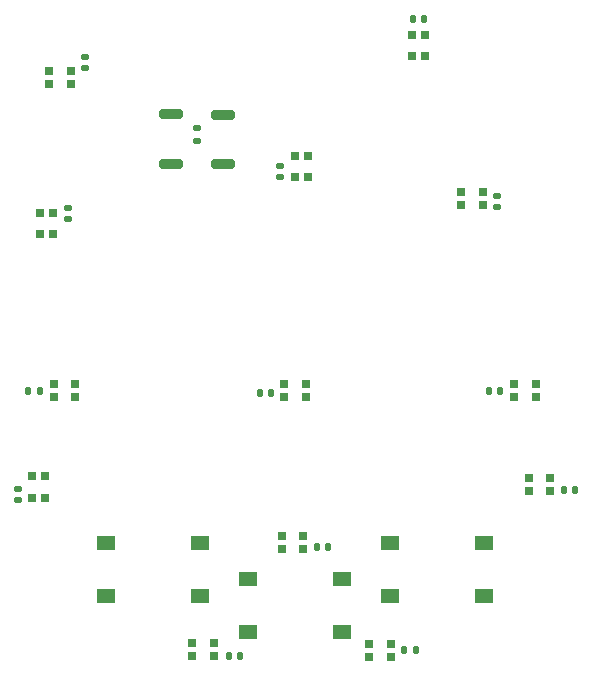
<source format=gbr>
%TF.GenerationSoftware,KiCad,Pcbnew,(7.0.0-0)*%
%TF.CreationDate,2023-03-25T22:40:13-05:00*%
%TF.ProjectId,RP2040_minimal,52503230-3430-45f6-9d69-6e696d616c2e,REV1*%
%TF.SameCoordinates,Original*%
%TF.FileFunction,Paste,Bot*%
%TF.FilePolarity,Positive*%
%FSLAX46Y46*%
G04 Gerber Fmt 4.6, Leading zero omitted, Abs format (unit mm)*
G04 Created by KiCad (PCBNEW (7.0.0-0)) date 2023-03-25 22:40:13*
%MOMM*%
%LPD*%
G01*
G04 APERTURE LIST*
G04 Aperture macros list*
%AMRoundRect*
0 Rectangle with rounded corners*
0 $1 Rounding radius*
0 $2 $3 $4 $5 $6 $7 $8 $9 X,Y pos of 4 corners*
0 Add a 4 corners polygon primitive as box body*
4,1,4,$2,$3,$4,$5,$6,$7,$8,$9,$2,$3,0*
0 Add four circle primitives for the rounded corners*
1,1,$1+$1,$2,$3*
1,1,$1+$1,$4,$5*
1,1,$1+$1,$6,$7*
1,1,$1+$1,$8,$9*
0 Add four rect primitives between the rounded corners*
20,1,$1+$1,$2,$3,$4,$5,0*
20,1,$1+$1,$4,$5,$6,$7,0*
20,1,$1+$1,$6,$7,$8,$9,0*
20,1,$1+$1,$8,$9,$2,$3,0*%
G04 Aperture macros list end*
%ADD10RoundRect,0.140000X0.170000X-0.140000X0.170000X0.140000X-0.170000X0.140000X-0.170000X-0.140000X0*%
%ADD11R,0.700000X0.700000*%
%ADD12RoundRect,0.140000X0.140000X0.170000X-0.140000X0.170000X-0.140000X-0.170000X0.140000X-0.170000X0*%
%ADD13R,1.550000X1.300000*%
%ADD14RoundRect,0.140000X-0.140000X-0.170000X0.140000X-0.170000X0.140000X0.170000X-0.140000X0.170000X0*%
%ADD15RoundRect,0.140000X-0.170000X0.140000X-0.170000X-0.140000X0.170000X-0.140000X0.170000X0.140000X0*%
%ADD16RoundRect,0.135000X0.185000X-0.135000X0.185000X0.135000X-0.185000X0.135000X-0.185000X-0.135000X0*%
%ADD17RoundRect,0.200000X-0.800000X0.200000X-0.800000X-0.200000X0.800000X-0.200000X0.800000X0.200000X0*%
%ADD18RoundRect,0.200000X0.800000X-0.200000X0.800000X0.200000X-0.800000X0.200000X-0.800000X-0.200000X0*%
G04 APERTURE END LIST*
D10*
%TO.C,C28*%
X-17810000Y22460000D03*
X-17810000Y23420000D03*
%TD*%
D11*
%TO.C,D14*%
X20414999Y-4299999D03*
X20414999Y-5399999D03*
X18584999Y-5399999D03*
X18584999Y-4299999D03*
%TD*%
D12*
%TO.C,C32*%
X17360000Y-4870000D03*
X16400000Y-4870000D03*
%TD*%
D13*
%TO.C,SW7*%
X15974999Y-17749999D03*
X8024999Y-17749999D03*
X15974999Y-22249999D03*
X8024999Y-22249999D03*
%TD*%
D14*
%TO.C,C25*%
X1862000Y-18110000D03*
X2822000Y-18110000D03*
%TD*%
D10*
%TO.C,C27*%
X-23460000Y-14100000D03*
X-23460000Y-13140000D03*
%TD*%
D15*
%TO.C,C29*%
X-19190000Y10620000D03*
X-19190000Y9660000D03*
%TD*%
D13*
%TO.C,SW6*%
X-8024999Y-17749999D03*
X-15974999Y-17749999D03*
X-8024999Y-22249999D03*
X-15974999Y-22249999D03*
%TD*%
D11*
%TO.C,D3*%
X11029999Y23464999D03*
X9929999Y23464999D03*
X9929999Y25294999D03*
X11029999Y25294999D03*
%TD*%
D10*
%TO.C,C20*%
X-1230000Y13210000D03*
X-1230000Y14170000D03*
%TD*%
D12*
%TO.C,C31*%
X-2030000Y-5060000D03*
X-2990000Y-5060000D03*
%TD*%
%TO.C,C21*%
X10960000Y26610000D03*
X10000000Y26610000D03*
%TD*%
D11*
%TO.C,D13*%
X914999Y-4299999D03*
X914999Y-5399999D03*
X-914999Y-5399999D03*
X-914999Y-4299999D03*
%TD*%
%TO.C,D8*%
X-8669999Y-27339999D03*
X-8669999Y-26239999D03*
X-6839999Y-26239999D03*
X-6839999Y-27339999D03*
%TD*%
%TO.C,D9*%
X-22239999Y-12074999D03*
X-21139999Y-12074999D03*
X-21139999Y-13904999D03*
X-22239999Y-13904999D03*
%TD*%
D10*
%TO.C,C22*%
X17100000Y10680000D03*
X17100000Y11640000D03*
%TD*%
D11*
%TO.C,D11*%
X-20509999Y8389999D03*
X-21609999Y8389999D03*
X-21609999Y10219999D03*
X-20509999Y10219999D03*
%TD*%
D16*
%TO.C,R3*%
X-8280000Y16340000D03*
X-8280000Y17360000D03*
%TD*%
D11*
%TO.C,D4*%
X14094999Y10859999D03*
X14094999Y11959999D03*
X15924999Y11959999D03*
X15924999Y10859999D03*
%TD*%
%TO.C,D12*%
X-18584999Y-4299999D03*
X-18584999Y-5399999D03*
X-20414999Y-5399999D03*
X-20414999Y-4299999D03*
%TD*%
%TO.C,D7*%
X-1104999Y-18259999D03*
X-1104999Y-17159999D03*
X724999Y-17159999D03*
X724999Y-18259999D03*
%TD*%
D13*
%TO.C,SW8*%
X3974999Y-20749999D03*
X-3974999Y-20749999D03*
X3974999Y-25249999D03*
X-3974999Y-25249999D03*
%TD*%
D12*
%TO.C,C30*%
X-21600000Y-4900000D03*
X-22560000Y-4900000D03*
%TD*%
D11*
%TO.C,D2*%
X24999Y15064999D03*
X1124999Y15064999D03*
X1124999Y13234999D03*
X24999Y13234999D03*
%TD*%
%TO.C,D10*%
X-20794999Y21089999D03*
X-20794999Y22189999D03*
X-18964999Y22189999D03*
X-18964999Y21089999D03*
%TD*%
%TO.C,D6*%
X6310000Y-27364998D03*
X6310000Y-26264998D03*
X8140000Y-26264998D03*
X8140000Y-27364998D03*
%TD*%
D14*
%TO.C,C24*%
X9267001Y-26762999D03*
X10227001Y-26762999D03*
%TD*%
D17*
%TO.C,SW3*%
X-6070000Y18530000D03*
X-6070000Y14330000D03*
%TD*%
D11*
%TO.C,D5*%
X19794999Y-13319999D03*
X19794999Y-12219999D03*
X21624999Y-12219999D03*
X21624999Y-13319999D03*
%TD*%
D14*
%TO.C,C26*%
X-5590000Y-27310000D03*
X-4630000Y-27310000D03*
%TD*%
D18*
%TO.C,SW5*%
X-10520000Y14350000D03*
X-10520000Y18550000D03*
%TD*%
D14*
%TO.C,C23*%
X22770000Y-13250000D03*
X23730000Y-13250000D03*
%TD*%
M02*

</source>
